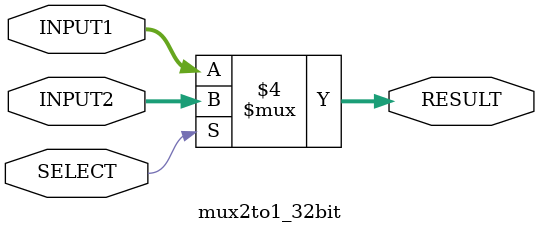
<source format=v>
`timescale 1ns/100ps

module mux2to1_32bit(INPUT1, INPUT2, RESULT, SELECT);
    input [31:0] INPUT1, INPUT2; //declare inputs of the module
    input SELECT;               //declare inputs
    output reg [31:0] RESULT;    //declare outputs

    always @(*)
    begin
      if (SELECT == 1'b0)  //selecting according to the select signal
            RESULT = INPUT1;
      else 
            RESULT = INPUT2;
    end

endmodule
</source>
